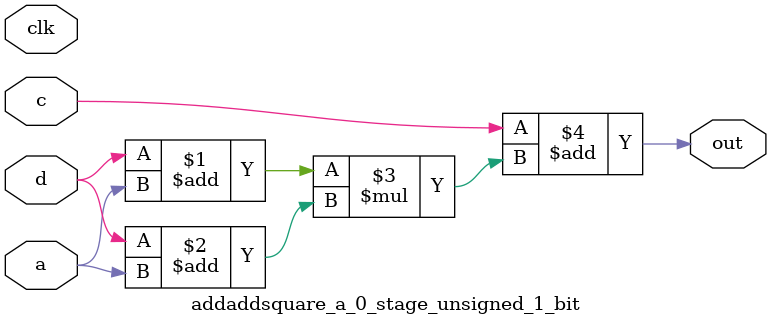
<source format=sv>
(* use_dsp = "yes" *) module addaddsquare_a_0_stage_unsigned_1_bit(
	input  [0:0] a,
	input  [0:0] c,
	input  [0:0] d,
	output [0:0] out,
	input clk);

	assign out = c + ((d + a) * (d + a));
endmodule

</source>
